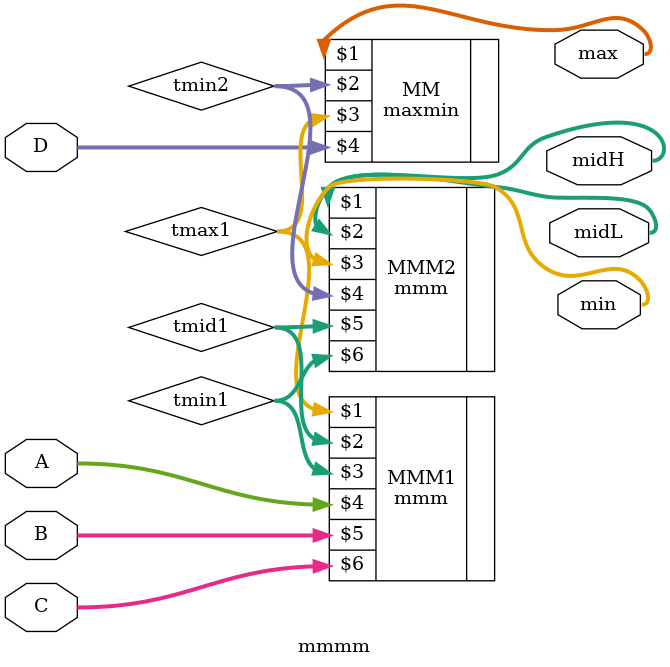
<source format=v>
module mmmm(max,midH,midL,min,A,B,C,D);
input [7:0] A,B,C,D;
output [7:0] max,midH,midL,min;

wire [7:0] tmax1,tmid1,tmin1;
wire [7:0] max,tmin2;
wire [7:0] midH,midL,min;

mmm MMM1 (tmax1,tmid1,tmin1,A,B,C);
maxmin MM (max,tmin2,tmax1,D);
mmm MMM2 (midH,midL,min,tmin2,tmid1,tmin1);

endmodule
</source>
